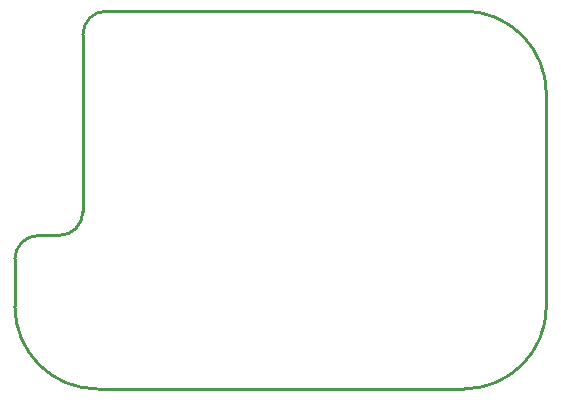
<source format=gbr>
%TF.GenerationSoftware,Altium Limited,Altium Designer,18.1.9 (240)*%
G04 Layer_Color=16711935*
%FSLAX26Y26*%
%MOIN*%
%TF.FileFunction,Keep-out,Top*%
%TF.Part,Single*%
G01*
G75*
%TA.AperFunction,NonConductor*%
%ADD46C,0.010000*%
D46*
X0Y275591D02*
G03*
X275591Y0I275591J0D01*
G01*
X78740Y511811D02*
G03*
X0Y433071I0J-78740D01*
G01*
X147638Y511811D02*
G03*
X226378Y590551I0J78740D01*
G01*
X305118Y1259843D02*
G03*
X226378Y1181102I0J-78740D01*
G01*
X1771654Y984252D02*
G03*
X1496063Y1259843I-275591J0D01*
G01*
Y0D02*
G03*
X1771654Y275591I0J275591D01*
G01*
X305118Y1259843D02*
X1496063Y1259843D01*
X226378Y590551D02*
Y1181102D01*
X78740Y511811D02*
X147638D01*
X0Y275591D02*
Y433071D01*
X1771653Y275590D02*
Y984252D01*
X275591Y-0D02*
X1496063Y0D01*
%TF.MD5,d79289fd0101450f9e21acd99a8b91f0*%
M02*

</source>
